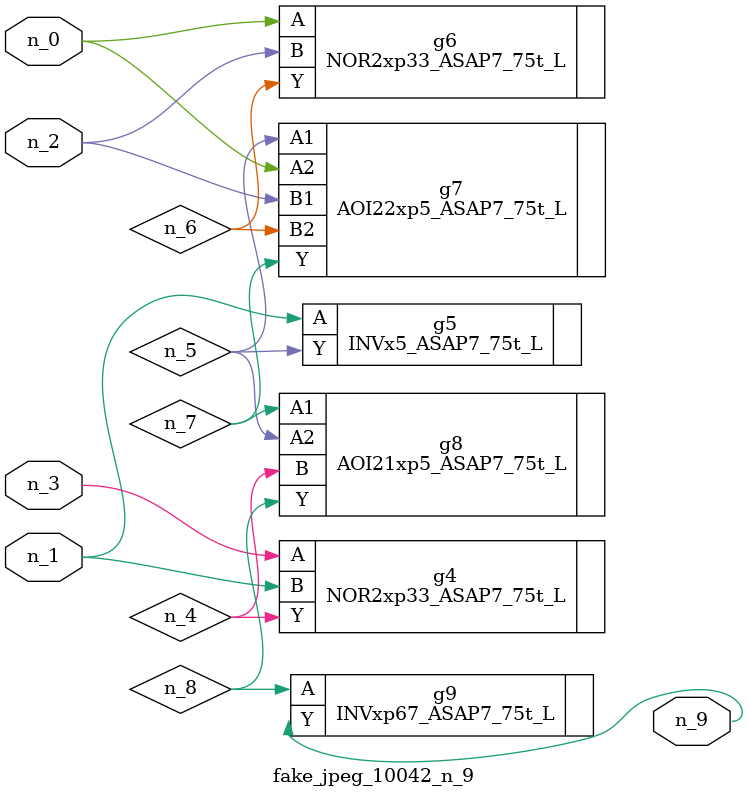
<source format=v>
module fake_jpeg_10042_n_9 (n_0, n_3, n_2, n_1, n_9);

input n_0;
input n_3;
input n_2;
input n_1;

output n_9;

wire n_4;
wire n_8;
wire n_6;
wire n_5;
wire n_7;

NOR2xp33_ASAP7_75t_L g4 ( 
.A(n_3),
.B(n_1),
.Y(n_4)
);

INVx5_ASAP7_75t_L g5 ( 
.A(n_1),
.Y(n_5)
);

NOR2xp33_ASAP7_75t_L g6 ( 
.A(n_0),
.B(n_2),
.Y(n_6)
);

AOI22xp5_ASAP7_75t_L g7 ( 
.A1(n_5),
.A2(n_0),
.B1(n_2),
.B2(n_6),
.Y(n_7)
);

AOI21xp5_ASAP7_75t_L g8 ( 
.A1(n_7),
.A2(n_5),
.B(n_4),
.Y(n_8)
);

INVxp67_ASAP7_75t_L g9 ( 
.A(n_8),
.Y(n_9)
);


endmodule
</source>
